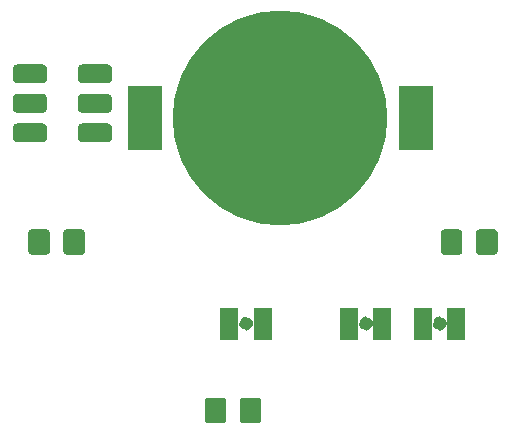
<source format=gbr>
G04 #@! TF.GenerationSoftware,KiCad,Pcbnew,(5.1.5)-3*
G04 #@! TF.CreationDate,2020-02-02T01:24:49-05:00*
G04 #@! TF.ProjectId,Make717-PCBWay,4d616b65-3731-4372-9d50-43425761792e,rev?*
G04 #@! TF.SameCoordinates,Original*
G04 #@! TF.FileFunction,Soldermask,Bot*
G04 #@! TF.FilePolarity,Negative*
%FSLAX46Y46*%
G04 Gerber Fmt 4.6, Leading zero omitted, Abs format (unit mm)*
G04 Created by KiCad (PCBNEW (5.1.5)-3) date 2020-02-02 01:24:49*
%MOMM*%
%LPD*%
G04 APERTURE LIST*
%ADD10C,1.000000*%
%ADD11C,0.100000*%
%ADD12R,1.600000X2.700000*%
%ADD13R,2.900000X5.500000*%
%ADD14C,18.200000*%
G04 APERTURE END LIST*
D10*
X149300000Y-106700000D02*
G75*
G03X149300000Y-106700000I-100000J0D01*
G01*
X155550000Y-106700000D02*
G75*
G03X155550000Y-106700000I-100000J0D01*
G01*
X139150000Y-106700000D02*
G75*
G03X139150000Y-106700000I-100000J0D01*
G01*
D11*
G36*
X140061207Y-112976542D02*
G01*
X140092287Y-112981152D01*
X140122766Y-112988787D01*
X140152350Y-112999372D01*
X140180754Y-113012806D01*
X140207704Y-113028959D01*
X140232942Y-113047677D01*
X140256223Y-113068777D01*
X140277323Y-113092058D01*
X140296041Y-113117296D01*
X140312194Y-113144246D01*
X140325628Y-113172650D01*
X140336213Y-113202234D01*
X140343848Y-113232713D01*
X140348458Y-113263793D01*
X140350000Y-113295176D01*
X140350000Y-114804824D01*
X140348458Y-114836207D01*
X140343848Y-114867287D01*
X140336213Y-114897766D01*
X140325628Y-114927350D01*
X140312194Y-114955754D01*
X140296041Y-114982704D01*
X140277323Y-115007942D01*
X140256223Y-115031223D01*
X140232942Y-115052323D01*
X140207704Y-115071041D01*
X140180754Y-115087194D01*
X140152350Y-115100628D01*
X140122766Y-115111213D01*
X140092287Y-115118848D01*
X140061207Y-115123458D01*
X140029824Y-115125000D01*
X138845176Y-115125000D01*
X138813793Y-115123458D01*
X138782713Y-115118848D01*
X138752234Y-115111213D01*
X138722650Y-115100628D01*
X138694246Y-115087194D01*
X138667296Y-115071041D01*
X138642058Y-115052323D01*
X138618777Y-115031223D01*
X138597677Y-115007942D01*
X138578959Y-114982704D01*
X138562806Y-114955754D01*
X138549372Y-114927350D01*
X138538787Y-114897766D01*
X138531152Y-114867287D01*
X138526542Y-114836207D01*
X138525000Y-114804824D01*
X138525000Y-113295176D01*
X138526542Y-113263793D01*
X138531152Y-113232713D01*
X138538787Y-113202234D01*
X138549372Y-113172650D01*
X138562806Y-113144246D01*
X138578959Y-113117296D01*
X138597677Y-113092058D01*
X138618777Y-113068777D01*
X138642058Y-113047677D01*
X138667296Y-113028959D01*
X138694246Y-113012806D01*
X138722650Y-112999372D01*
X138752234Y-112988787D01*
X138782713Y-112981152D01*
X138813793Y-112976542D01*
X138845176Y-112975000D01*
X140029824Y-112975000D01*
X140061207Y-112976542D01*
G37*
G36*
X137086207Y-112976542D02*
G01*
X137117287Y-112981152D01*
X137147766Y-112988787D01*
X137177350Y-112999372D01*
X137205754Y-113012806D01*
X137232704Y-113028959D01*
X137257942Y-113047677D01*
X137281223Y-113068777D01*
X137302323Y-113092058D01*
X137321041Y-113117296D01*
X137337194Y-113144246D01*
X137350628Y-113172650D01*
X137361213Y-113202234D01*
X137368848Y-113232713D01*
X137373458Y-113263793D01*
X137375000Y-113295176D01*
X137375000Y-114804824D01*
X137373458Y-114836207D01*
X137368848Y-114867287D01*
X137361213Y-114897766D01*
X137350628Y-114927350D01*
X137337194Y-114955754D01*
X137321041Y-114982704D01*
X137302323Y-115007942D01*
X137281223Y-115031223D01*
X137257942Y-115052323D01*
X137232704Y-115071041D01*
X137205754Y-115087194D01*
X137177350Y-115100628D01*
X137147766Y-115111213D01*
X137117287Y-115118848D01*
X137086207Y-115123458D01*
X137054824Y-115125000D01*
X135870176Y-115125000D01*
X135838793Y-115123458D01*
X135807713Y-115118848D01*
X135777234Y-115111213D01*
X135747650Y-115100628D01*
X135719246Y-115087194D01*
X135692296Y-115071041D01*
X135667058Y-115052323D01*
X135643777Y-115031223D01*
X135622677Y-115007942D01*
X135603959Y-114982704D01*
X135587806Y-114955754D01*
X135574372Y-114927350D01*
X135563787Y-114897766D01*
X135556152Y-114867287D01*
X135551542Y-114836207D01*
X135550000Y-114804824D01*
X135550000Y-113295176D01*
X135551542Y-113263793D01*
X135556152Y-113232713D01*
X135563787Y-113202234D01*
X135574372Y-113172650D01*
X135587806Y-113144246D01*
X135603959Y-113117296D01*
X135622677Y-113092058D01*
X135643777Y-113068777D01*
X135667058Y-113047677D01*
X135692296Y-113028959D01*
X135719246Y-113012806D01*
X135747650Y-112999372D01*
X135777234Y-112988787D01*
X135807713Y-112981152D01*
X135838793Y-112976542D01*
X135870176Y-112975000D01*
X137054824Y-112975000D01*
X137086207Y-112976542D01*
G37*
D12*
X150600000Y-106700000D03*
X147800000Y-106700000D03*
X156850000Y-106700000D03*
X154050000Y-106700000D03*
X140450000Y-106700000D03*
X137650000Y-106700000D03*
D13*
X153400000Y-89300000D03*
X130500000Y-89300000D03*
D14*
X141950000Y-89300000D03*
D11*
G36*
X157086207Y-98726542D02*
G01*
X157117287Y-98731152D01*
X157147766Y-98738787D01*
X157177350Y-98749372D01*
X157205754Y-98762806D01*
X157232704Y-98778959D01*
X157257942Y-98797677D01*
X157281223Y-98818777D01*
X157302323Y-98842058D01*
X157321041Y-98867296D01*
X157337194Y-98894246D01*
X157350628Y-98922650D01*
X157361213Y-98952234D01*
X157368848Y-98982713D01*
X157373458Y-99013793D01*
X157375000Y-99045176D01*
X157375000Y-100554824D01*
X157373458Y-100586207D01*
X157368848Y-100617287D01*
X157361213Y-100647766D01*
X157350628Y-100677350D01*
X157337194Y-100705754D01*
X157321041Y-100732704D01*
X157302323Y-100757942D01*
X157281223Y-100781223D01*
X157257942Y-100802323D01*
X157232704Y-100821041D01*
X157205754Y-100837194D01*
X157177350Y-100850628D01*
X157147766Y-100861213D01*
X157117287Y-100868848D01*
X157086207Y-100873458D01*
X157054824Y-100875000D01*
X155870176Y-100875000D01*
X155838793Y-100873458D01*
X155807713Y-100868848D01*
X155777234Y-100861213D01*
X155747650Y-100850628D01*
X155719246Y-100837194D01*
X155692296Y-100821041D01*
X155667058Y-100802323D01*
X155643777Y-100781223D01*
X155622677Y-100757942D01*
X155603959Y-100732704D01*
X155587806Y-100705754D01*
X155574372Y-100677350D01*
X155563787Y-100647766D01*
X155556152Y-100617287D01*
X155551542Y-100586207D01*
X155550000Y-100554824D01*
X155550000Y-99045176D01*
X155551542Y-99013793D01*
X155556152Y-98982713D01*
X155563787Y-98952234D01*
X155574372Y-98922650D01*
X155587806Y-98894246D01*
X155603959Y-98867296D01*
X155622677Y-98842058D01*
X155643777Y-98818777D01*
X155667058Y-98797677D01*
X155692296Y-98778959D01*
X155719246Y-98762806D01*
X155747650Y-98749372D01*
X155777234Y-98738787D01*
X155807713Y-98731152D01*
X155838793Y-98726542D01*
X155870176Y-98725000D01*
X157054824Y-98725000D01*
X157086207Y-98726542D01*
G37*
G36*
X160061207Y-98726542D02*
G01*
X160092287Y-98731152D01*
X160122766Y-98738787D01*
X160152350Y-98749372D01*
X160180754Y-98762806D01*
X160207704Y-98778959D01*
X160232942Y-98797677D01*
X160256223Y-98818777D01*
X160277323Y-98842058D01*
X160296041Y-98867296D01*
X160312194Y-98894246D01*
X160325628Y-98922650D01*
X160336213Y-98952234D01*
X160343848Y-98982713D01*
X160348458Y-99013793D01*
X160350000Y-99045176D01*
X160350000Y-100554824D01*
X160348458Y-100586207D01*
X160343848Y-100617287D01*
X160336213Y-100647766D01*
X160325628Y-100677350D01*
X160312194Y-100705754D01*
X160296041Y-100732704D01*
X160277323Y-100757942D01*
X160256223Y-100781223D01*
X160232942Y-100802323D01*
X160207704Y-100821041D01*
X160180754Y-100837194D01*
X160152350Y-100850628D01*
X160122766Y-100861213D01*
X160092287Y-100868848D01*
X160061207Y-100873458D01*
X160029824Y-100875000D01*
X158845176Y-100875000D01*
X158813793Y-100873458D01*
X158782713Y-100868848D01*
X158752234Y-100861213D01*
X158722650Y-100850628D01*
X158694246Y-100837194D01*
X158667296Y-100821041D01*
X158642058Y-100802323D01*
X158618777Y-100781223D01*
X158597677Y-100757942D01*
X158578959Y-100732704D01*
X158562806Y-100705754D01*
X158549372Y-100677350D01*
X158538787Y-100647766D01*
X158531152Y-100617287D01*
X158526542Y-100586207D01*
X158525000Y-100554824D01*
X158525000Y-99045176D01*
X158526542Y-99013793D01*
X158531152Y-98982713D01*
X158538787Y-98952234D01*
X158549372Y-98922650D01*
X158562806Y-98894246D01*
X158578959Y-98867296D01*
X158597677Y-98842058D01*
X158618777Y-98818777D01*
X158642058Y-98797677D01*
X158667296Y-98778959D01*
X158694246Y-98762806D01*
X158722650Y-98749372D01*
X158752234Y-98738787D01*
X158782713Y-98731152D01*
X158813793Y-98726542D01*
X158845176Y-98725000D01*
X160029824Y-98725000D01*
X160061207Y-98726542D01*
G37*
G36*
X125123707Y-98726542D02*
G01*
X125154787Y-98731152D01*
X125185266Y-98738787D01*
X125214850Y-98749372D01*
X125243254Y-98762806D01*
X125270204Y-98778959D01*
X125295442Y-98797677D01*
X125318723Y-98818777D01*
X125339823Y-98842058D01*
X125358541Y-98867296D01*
X125374694Y-98894246D01*
X125388128Y-98922650D01*
X125398713Y-98952234D01*
X125406348Y-98982713D01*
X125410958Y-99013793D01*
X125412500Y-99045176D01*
X125412500Y-100554824D01*
X125410958Y-100586207D01*
X125406348Y-100617287D01*
X125398713Y-100647766D01*
X125388128Y-100677350D01*
X125374694Y-100705754D01*
X125358541Y-100732704D01*
X125339823Y-100757942D01*
X125318723Y-100781223D01*
X125295442Y-100802323D01*
X125270204Y-100821041D01*
X125243254Y-100837194D01*
X125214850Y-100850628D01*
X125185266Y-100861213D01*
X125154787Y-100868848D01*
X125123707Y-100873458D01*
X125092324Y-100875000D01*
X123907676Y-100875000D01*
X123876293Y-100873458D01*
X123845213Y-100868848D01*
X123814734Y-100861213D01*
X123785150Y-100850628D01*
X123756746Y-100837194D01*
X123729796Y-100821041D01*
X123704558Y-100802323D01*
X123681277Y-100781223D01*
X123660177Y-100757942D01*
X123641459Y-100732704D01*
X123625306Y-100705754D01*
X123611872Y-100677350D01*
X123601287Y-100647766D01*
X123593652Y-100617287D01*
X123589042Y-100586207D01*
X123587500Y-100554824D01*
X123587500Y-99045176D01*
X123589042Y-99013793D01*
X123593652Y-98982713D01*
X123601287Y-98952234D01*
X123611872Y-98922650D01*
X123625306Y-98894246D01*
X123641459Y-98867296D01*
X123660177Y-98842058D01*
X123681277Y-98818777D01*
X123704558Y-98797677D01*
X123729796Y-98778959D01*
X123756746Y-98762806D01*
X123785150Y-98749372D01*
X123814734Y-98738787D01*
X123845213Y-98731152D01*
X123876293Y-98726542D01*
X123907676Y-98725000D01*
X125092324Y-98725000D01*
X125123707Y-98726542D01*
G37*
G36*
X122148707Y-98726542D02*
G01*
X122179787Y-98731152D01*
X122210266Y-98738787D01*
X122239850Y-98749372D01*
X122268254Y-98762806D01*
X122295204Y-98778959D01*
X122320442Y-98797677D01*
X122343723Y-98818777D01*
X122364823Y-98842058D01*
X122383541Y-98867296D01*
X122399694Y-98894246D01*
X122413128Y-98922650D01*
X122423713Y-98952234D01*
X122431348Y-98982713D01*
X122435958Y-99013793D01*
X122437500Y-99045176D01*
X122437500Y-100554824D01*
X122435958Y-100586207D01*
X122431348Y-100617287D01*
X122423713Y-100647766D01*
X122413128Y-100677350D01*
X122399694Y-100705754D01*
X122383541Y-100732704D01*
X122364823Y-100757942D01*
X122343723Y-100781223D01*
X122320442Y-100802323D01*
X122295204Y-100821041D01*
X122268254Y-100837194D01*
X122239850Y-100850628D01*
X122210266Y-100861213D01*
X122179787Y-100868848D01*
X122148707Y-100873458D01*
X122117324Y-100875000D01*
X120932676Y-100875000D01*
X120901293Y-100873458D01*
X120870213Y-100868848D01*
X120839734Y-100861213D01*
X120810150Y-100850628D01*
X120781746Y-100837194D01*
X120754796Y-100821041D01*
X120729558Y-100802323D01*
X120706277Y-100781223D01*
X120685177Y-100757942D01*
X120666459Y-100732704D01*
X120650306Y-100705754D01*
X120636872Y-100677350D01*
X120626287Y-100647766D01*
X120618652Y-100617287D01*
X120614042Y-100586207D01*
X120612500Y-100554824D01*
X120612500Y-99045176D01*
X120614042Y-99013793D01*
X120618652Y-98982713D01*
X120626287Y-98952234D01*
X120636872Y-98922650D01*
X120650306Y-98894246D01*
X120666459Y-98867296D01*
X120685177Y-98842058D01*
X120706277Y-98818777D01*
X120729558Y-98797677D01*
X120754796Y-98778959D01*
X120781746Y-98762806D01*
X120810150Y-98749372D01*
X120839734Y-98738787D01*
X120870213Y-98731152D01*
X120901293Y-98726542D01*
X120932676Y-98725000D01*
X122117324Y-98725000D01*
X122148707Y-98726542D01*
G37*
G36*
X127339207Y-89751926D02*
G01*
X127378036Y-89757686D01*
X127416114Y-89767224D01*
X127453073Y-89780448D01*
X127488559Y-89797231D01*
X127522228Y-89817412D01*
X127553757Y-89840796D01*
X127582843Y-89867157D01*
X127609204Y-89896243D01*
X127632588Y-89927772D01*
X127652769Y-89961441D01*
X127669552Y-89996927D01*
X127682776Y-90033886D01*
X127692314Y-90071964D01*
X127698074Y-90110793D01*
X127700000Y-90150000D01*
X127700000Y-90950000D01*
X127698074Y-90989207D01*
X127692314Y-91028036D01*
X127682776Y-91066114D01*
X127669552Y-91103073D01*
X127652769Y-91138559D01*
X127632588Y-91172228D01*
X127609204Y-91203757D01*
X127582843Y-91232843D01*
X127553757Y-91259204D01*
X127522228Y-91282588D01*
X127488559Y-91302769D01*
X127453073Y-91319552D01*
X127416114Y-91332776D01*
X127378036Y-91342314D01*
X127339207Y-91348074D01*
X127300000Y-91350000D01*
X125200000Y-91350000D01*
X125160793Y-91348074D01*
X125121964Y-91342314D01*
X125083886Y-91332776D01*
X125046927Y-91319552D01*
X125011441Y-91302769D01*
X124977772Y-91282588D01*
X124946243Y-91259204D01*
X124917157Y-91232843D01*
X124890796Y-91203757D01*
X124867412Y-91172228D01*
X124847231Y-91138559D01*
X124830448Y-91103073D01*
X124817224Y-91066114D01*
X124807686Y-91028036D01*
X124801926Y-90989207D01*
X124800000Y-90950000D01*
X124800000Y-90150000D01*
X124801926Y-90110793D01*
X124807686Y-90071964D01*
X124817224Y-90033886D01*
X124830448Y-89996927D01*
X124847231Y-89961441D01*
X124867412Y-89927772D01*
X124890796Y-89896243D01*
X124917157Y-89867157D01*
X124946243Y-89840796D01*
X124977772Y-89817412D01*
X125011441Y-89797231D01*
X125046927Y-89780448D01*
X125083886Y-89767224D01*
X125121964Y-89757686D01*
X125160793Y-89751926D01*
X125200000Y-89750000D01*
X127300000Y-89750000D01*
X127339207Y-89751926D01*
G37*
G36*
X127339207Y-87251926D02*
G01*
X127378036Y-87257686D01*
X127416114Y-87267224D01*
X127453073Y-87280448D01*
X127488559Y-87297231D01*
X127522228Y-87317412D01*
X127553757Y-87340796D01*
X127582843Y-87367157D01*
X127609204Y-87396243D01*
X127632588Y-87427772D01*
X127652769Y-87461441D01*
X127669552Y-87496927D01*
X127682776Y-87533886D01*
X127692314Y-87571964D01*
X127698074Y-87610793D01*
X127700000Y-87650000D01*
X127700000Y-88450000D01*
X127698074Y-88489207D01*
X127692314Y-88528036D01*
X127682776Y-88566114D01*
X127669552Y-88603073D01*
X127652769Y-88638559D01*
X127632588Y-88672228D01*
X127609204Y-88703757D01*
X127582843Y-88732843D01*
X127553757Y-88759204D01*
X127522228Y-88782588D01*
X127488559Y-88802769D01*
X127453073Y-88819552D01*
X127416114Y-88832776D01*
X127378036Y-88842314D01*
X127339207Y-88848074D01*
X127300000Y-88850000D01*
X125200000Y-88850000D01*
X125160793Y-88848074D01*
X125121964Y-88842314D01*
X125083886Y-88832776D01*
X125046927Y-88819552D01*
X125011441Y-88802769D01*
X124977772Y-88782588D01*
X124946243Y-88759204D01*
X124917157Y-88732843D01*
X124890796Y-88703757D01*
X124867412Y-88672228D01*
X124847231Y-88638559D01*
X124830448Y-88603073D01*
X124817224Y-88566114D01*
X124807686Y-88528036D01*
X124801926Y-88489207D01*
X124800000Y-88450000D01*
X124800000Y-87650000D01*
X124801926Y-87610793D01*
X124807686Y-87571964D01*
X124817224Y-87533886D01*
X124830448Y-87496927D01*
X124847231Y-87461441D01*
X124867412Y-87427772D01*
X124890796Y-87396243D01*
X124917157Y-87367157D01*
X124946243Y-87340796D01*
X124977772Y-87317412D01*
X125011441Y-87297231D01*
X125046927Y-87280448D01*
X125083886Y-87267224D01*
X125121964Y-87257686D01*
X125160793Y-87251926D01*
X125200000Y-87250000D01*
X127300000Y-87250000D01*
X127339207Y-87251926D01*
G37*
G36*
X127339207Y-84751926D02*
G01*
X127378036Y-84757686D01*
X127416114Y-84767224D01*
X127453073Y-84780448D01*
X127488559Y-84797231D01*
X127522228Y-84817412D01*
X127553757Y-84840796D01*
X127582843Y-84867157D01*
X127609204Y-84896243D01*
X127632588Y-84927772D01*
X127652769Y-84961441D01*
X127669552Y-84996927D01*
X127682776Y-85033886D01*
X127692314Y-85071964D01*
X127698074Y-85110793D01*
X127700000Y-85150000D01*
X127700000Y-85950000D01*
X127698074Y-85989207D01*
X127692314Y-86028036D01*
X127682776Y-86066114D01*
X127669552Y-86103073D01*
X127652769Y-86138559D01*
X127632588Y-86172228D01*
X127609204Y-86203757D01*
X127582843Y-86232843D01*
X127553757Y-86259204D01*
X127522228Y-86282588D01*
X127488559Y-86302769D01*
X127453073Y-86319552D01*
X127416114Y-86332776D01*
X127378036Y-86342314D01*
X127339207Y-86348074D01*
X127300000Y-86350000D01*
X125200000Y-86350000D01*
X125160793Y-86348074D01*
X125121964Y-86342314D01*
X125083886Y-86332776D01*
X125046927Y-86319552D01*
X125011441Y-86302769D01*
X124977772Y-86282588D01*
X124946243Y-86259204D01*
X124917157Y-86232843D01*
X124890796Y-86203757D01*
X124867412Y-86172228D01*
X124847231Y-86138559D01*
X124830448Y-86103073D01*
X124817224Y-86066114D01*
X124807686Y-86028036D01*
X124801926Y-85989207D01*
X124800000Y-85950000D01*
X124800000Y-85150000D01*
X124801926Y-85110793D01*
X124807686Y-85071964D01*
X124817224Y-85033886D01*
X124830448Y-84996927D01*
X124847231Y-84961441D01*
X124867412Y-84927772D01*
X124890796Y-84896243D01*
X124917157Y-84867157D01*
X124946243Y-84840796D01*
X124977772Y-84817412D01*
X125011441Y-84797231D01*
X125046927Y-84780448D01*
X125083886Y-84767224D01*
X125121964Y-84757686D01*
X125160793Y-84751926D01*
X125200000Y-84750000D01*
X127300000Y-84750000D01*
X127339207Y-84751926D01*
G37*
G36*
X121839207Y-84751926D02*
G01*
X121878036Y-84757686D01*
X121916114Y-84767224D01*
X121953073Y-84780448D01*
X121988559Y-84797231D01*
X122022228Y-84817412D01*
X122053757Y-84840796D01*
X122082843Y-84867157D01*
X122109204Y-84896243D01*
X122132588Y-84927772D01*
X122152769Y-84961441D01*
X122169552Y-84996927D01*
X122182776Y-85033886D01*
X122192314Y-85071964D01*
X122198074Y-85110793D01*
X122200000Y-85150000D01*
X122200000Y-85950000D01*
X122198074Y-85989207D01*
X122192314Y-86028036D01*
X122182776Y-86066114D01*
X122169552Y-86103073D01*
X122152769Y-86138559D01*
X122132588Y-86172228D01*
X122109204Y-86203757D01*
X122082843Y-86232843D01*
X122053757Y-86259204D01*
X122022228Y-86282588D01*
X121988559Y-86302769D01*
X121953073Y-86319552D01*
X121916114Y-86332776D01*
X121878036Y-86342314D01*
X121839207Y-86348074D01*
X121800000Y-86350000D01*
X119700000Y-86350000D01*
X119660793Y-86348074D01*
X119621964Y-86342314D01*
X119583886Y-86332776D01*
X119546927Y-86319552D01*
X119511441Y-86302769D01*
X119477772Y-86282588D01*
X119446243Y-86259204D01*
X119417157Y-86232843D01*
X119390796Y-86203757D01*
X119367412Y-86172228D01*
X119347231Y-86138559D01*
X119330448Y-86103073D01*
X119317224Y-86066114D01*
X119307686Y-86028036D01*
X119301926Y-85989207D01*
X119300000Y-85950000D01*
X119300000Y-85150000D01*
X119301926Y-85110793D01*
X119307686Y-85071964D01*
X119317224Y-85033886D01*
X119330448Y-84996927D01*
X119347231Y-84961441D01*
X119367412Y-84927772D01*
X119390796Y-84896243D01*
X119417157Y-84867157D01*
X119446243Y-84840796D01*
X119477772Y-84817412D01*
X119511441Y-84797231D01*
X119546927Y-84780448D01*
X119583886Y-84767224D01*
X119621964Y-84757686D01*
X119660793Y-84751926D01*
X119700000Y-84750000D01*
X121800000Y-84750000D01*
X121839207Y-84751926D01*
G37*
G36*
X121839207Y-89751926D02*
G01*
X121878036Y-89757686D01*
X121916114Y-89767224D01*
X121953073Y-89780448D01*
X121988559Y-89797231D01*
X122022228Y-89817412D01*
X122053757Y-89840796D01*
X122082843Y-89867157D01*
X122109204Y-89896243D01*
X122132588Y-89927772D01*
X122152769Y-89961441D01*
X122169552Y-89996927D01*
X122182776Y-90033886D01*
X122192314Y-90071964D01*
X122198074Y-90110793D01*
X122200000Y-90150000D01*
X122200000Y-90950000D01*
X122198074Y-90989207D01*
X122192314Y-91028036D01*
X122182776Y-91066114D01*
X122169552Y-91103073D01*
X122152769Y-91138559D01*
X122132588Y-91172228D01*
X122109204Y-91203757D01*
X122082843Y-91232843D01*
X122053757Y-91259204D01*
X122022228Y-91282588D01*
X121988559Y-91302769D01*
X121953073Y-91319552D01*
X121916114Y-91332776D01*
X121878036Y-91342314D01*
X121839207Y-91348074D01*
X121800000Y-91350000D01*
X119700000Y-91350000D01*
X119660793Y-91348074D01*
X119621964Y-91342314D01*
X119583886Y-91332776D01*
X119546927Y-91319552D01*
X119511441Y-91302769D01*
X119477772Y-91282588D01*
X119446243Y-91259204D01*
X119417157Y-91232843D01*
X119390796Y-91203757D01*
X119367412Y-91172228D01*
X119347231Y-91138559D01*
X119330448Y-91103073D01*
X119317224Y-91066114D01*
X119307686Y-91028036D01*
X119301926Y-90989207D01*
X119300000Y-90950000D01*
X119300000Y-90150000D01*
X119301926Y-90110793D01*
X119307686Y-90071964D01*
X119317224Y-90033886D01*
X119330448Y-89996927D01*
X119347231Y-89961441D01*
X119367412Y-89927772D01*
X119390796Y-89896243D01*
X119417157Y-89867157D01*
X119446243Y-89840796D01*
X119477772Y-89817412D01*
X119511441Y-89797231D01*
X119546927Y-89780448D01*
X119583886Y-89767224D01*
X119621964Y-89757686D01*
X119660793Y-89751926D01*
X119700000Y-89750000D01*
X121800000Y-89750000D01*
X121839207Y-89751926D01*
G37*
G36*
X121839207Y-87251926D02*
G01*
X121878036Y-87257686D01*
X121916114Y-87267224D01*
X121953073Y-87280448D01*
X121988559Y-87297231D01*
X122022228Y-87317412D01*
X122053757Y-87340796D01*
X122082843Y-87367157D01*
X122109204Y-87396243D01*
X122132588Y-87427772D01*
X122152769Y-87461441D01*
X122169552Y-87496927D01*
X122182776Y-87533886D01*
X122192314Y-87571964D01*
X122198074Y-87610793D01*
X122200000Y-87650000D01*
X122200000Y-88450000D01*
X122198074Y-88489207D01*
X122192314Y-88528036D01*
X122182776Y-88566114D01*
X122169552Y-88603073D01*
X122152769Y-88638559D01*
X122132588Y-88672228D01*
X122109204Y-88703757D01*
X122082843Y-88732843D01*
X122053757Y-88759204D01*
X122022228Y-88782588D01*
X121988559Y-88802769D01*
X121953073Y-88819552D01*
X121916114Y-88832776D01*
X121878036Y-88842314D01*
X121839207Y-88848074D01*
X121800000Y-88850000D01*
X119700000Y-88850000D01*
X119660793Y-88848074D01*
X119621964Y-88842314D01*
X119583886Y-88832776D01*
X119546927Y-88819552D01*
X119511441Y-88802769D01*
X119477772Y-88782588D01*
X119446243Y-88759204D01*
X119417157Y-88732843D01*
X119390796Y-88703757D01*
X119367412Y-88672228D01*
X119347231Y-88638559D01*
X119330448Y-88603073D01*
X119317224Y-88566114D01*
X119307686Y-88528036D01*
X119301926Y-88489207D01*
X119300000Y-88450000D01*
X119300000Y-87650000D01*
X119301926Y-87610793D01*
X119307686Y-87571964D01*
X119317224Y-87533886D01*
X119330448Y-87496927D01*
X119347231Y-87461441D01*
X119367412Y-87427772D01*
X119390796Y-87396243D01*
X119417157Y-87367157D01*
X119446243Y-87340796D01*
X119477772Y-87317412D01*
X119511441Y-87297231D01*
X119546927Y-87280448D01*
X119583886Y-87267224D01*
X119621964Y-87257686D01*
X119660793Y-87251926D01*
X119700000Y-87250000D01*
X121800000Y-87250000D01*
X121839207Y-87251926D01*
G37*
M02*

</source>
